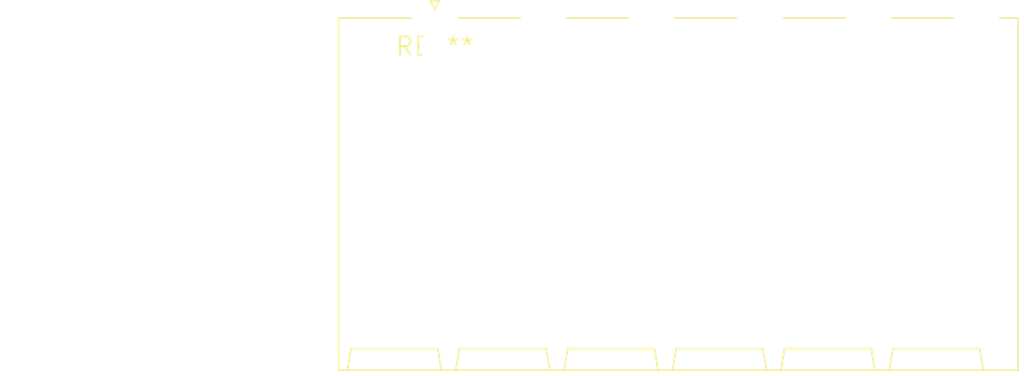
<source format=kicad_pcb>
(kicad_pcb (version 20240108) (generator pcbnew)
  (layers (0 "F.Cu" signal) (31 "B.Cu" signal) (34 "B.Paste" user) (35 "F.Paste" user) (36 "B.SilkS" user "B.Silkscreen") (37 "F.SilkS" user "F.Silkscreen") (38 "B.Mask" user) (39 "F.Mask" user) (44 "Edge.Cuts" user))
  (net 0 "")
  (footprint "PhoenixContact_SPT_5_6-H-7.5-ZB_1x06_P7.5mm_Horizontal" (layer "F.Cu") (at 0 0)
    (property "Reference" "REF**")
    (property "Value" "PhoenixContact_SPT_5_6-H-7.5-ZB_1x06_P7.5mm_Horizontal")
    (fp_line (start -6.66 -1.96) (end -1.6 -1.96) (layer "F.SilkS") (stroke (width 0.12)))
    (fp_line (start -6.66 22.41) (end -6.66 -1.96) (layer "F.SilkS") (stroke (width 0.12)))
    (fp_line (start -6.05 22.41) (end -5.8 20.91) (layer "F.SilkS") (stroke (width 0.12)))
    (fp_line (start -5.8 20.91) (end 0.2 20.91) (layer "F.SilkS") (stroke (width 0.12)))
    (fp_line (start -0.3 -3.15) (end 0 -2.55) (layer "F.SilkS") (stroke (width 0.12)))
    (fp_line (start -0.3 -3.15) (end 0.3 -3.15) (layer "F.SilkS") (stroke (width 0.12)))
    (fp_line (start 0.3 -3.15) (end 0 -2.55) (layer "F.SilkS") (stroke (width 0.12)))
    (fp_line (start 0.45 22.41) (end 0.2 20.91) (layer "F.SilkS") (stroke (width 0.12)))
    (fp_line (start 1.45 22.41) (end 1.7 20.91) (layer "F.SilkS") (stroke (width 0.12)))
    (fp_line (start 1.6 -1.96) (end 5.9 -1.96) (layer "F.SilkS") (stroke (width 0.12)))
    (fp_line (start 1.7 20.91) (end 7.7 20.91) (layer "F.SilkS") (stroke (width 0.12)))
    (fp_line (start 7.95 22.41) (end 7.7 20.91) (layer "F.SilkS") (stroke (width 0.12)))
    (fp_line (start 8.95 22.41) (end 9.2 20.91) (layer "F.SilkS") (stroke (width 0.12)))
    (fp_line (start 9.1 -1.96) (end 13.4 -1.96) (layer "F.SilkS") (stroke (width 0.12)))
    (fp_line (start 9.2 20.91) (end 15.2 20.91) (layer "F.SilkS") (stroke (width 0.12)))
    (fp_line (start 15.45 22.41) (end 15.2 20.91) (layer "F.SilkS") (stroke (width 0.12)))
    (fp_line (start 16.45 22.41) (end 16.7 20.91) (layer "F.SilkS") (stroke (width 0.12)))
    (fp_line (start 16.6 -1.96) (end 20.9 -1.96) (layer "F.SilkS") (stroke (width 0.12)))
    (fp_line (start 16.7 20.91) (end 22.7 20.91) (layer "F.SilkS") (stroke (width 0.12)))
    (fp_line (start 22.95 22.41) (end 22.7 20.91) (layer "F.SilkS") (stroke (width 0.12)))
    (fp_line (start 23.95 22.41) (end 24.2 20.91) (layer "F.SilkS") (stroke (width 0.12)))
    (fp_line (start 24.1 -1.96) (end 28.4 -1.96) (layer "F.SilkS") (stroke (width 0.12)))
    (fp_line (start 24.2 20.91) (end 30.2 20.91) (layer "F.SilkS") (stroke (width 0.12)))
    (fp_line (start 30.45 22.41) (end 30.2 20.91) (layer "F.SilkS") (stroke (width 0.12)))
    (fp_line (start 31.45 22.41) (end 31.7 20.91) (layer "F.SilkS") (stroke (width 0.12)))
    (fp_line (start 31.6 -1.96) (end 35.9 -1.96) (layer "F.SilkS") (stroke (width 0.12)))
    (fp_line (start 31.7 20.91) (end 37.7 20.91) (layer "F.SilkS") (stroke (width 0.12)))
    (fp_line (start 37.95 22.41) (end 37.7 20.91) (layer "F.SilkS") (stroke (width 0.12)))
    (fp_line (start 39.1 -1.96) (end 40.36 -1.96) (layer "F.SilkS") (stroke (width 0.12)))
    (fp_line (start 40.36 -1.96) (end 40.36 22.41) (layer "F.SilkS") (stroke (width 0.12)))
    (fp_line (start 40.36 22.41) (end -6.66 22.41) (layer "F.SilkS") (stroke (width 0.12)))
    (pad "1" thru_hole roundrect (at 0 0) (size 2.8 4.3) (drill 2.1) (layers *.Cu *.Mask) (remove_unused_layers) (roundrect_rratio 0.089286))
    (pad "2" thru_hole oval (at 7.5 13.2) (size 2.8 4.3) (drill 2.1) (layers *.Cu *.Mask) (remove_unused_layers))
    (pad "3" thru_hole oval (at 15 0) (size 2.8 4.3) (drill 2.1) (layers *.Cu *.Mask) (remove_unused_layers))
    (pad "4" thru_hole oval (at 22.5 13.2) (size 2.8 4.3) (drill 2.1) (layers *.Cu *.Mask) (remove_unused_layers))
    (pad "5" thru_hole oval (at 30 0) (size 2.8 4.3) (drill 2.1) (layers *.Cu *.Mask) (remove_unused_layers))
    (pad "6" thru_hole oval (at 37.5 13.2) (size 2.8 4.3) (drill 2.1) (layers *.Cu *.Mask) (remove_unused_layers))
  )
)
</source>
